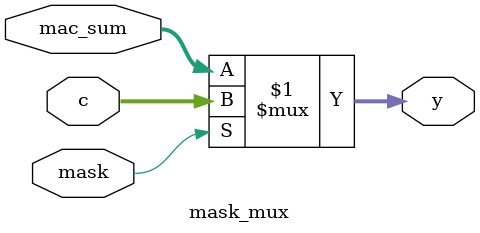
<source format=v>
`timescale 1ns / 1ps

module mask_mux #(parameter W = 64) (
input mask,
input [W-1:0] c,
input [W-1:0] mac_sum,
output [W-1:0] y
);
assign y = mask ? c : mac_sum;
endmodule
</source>
